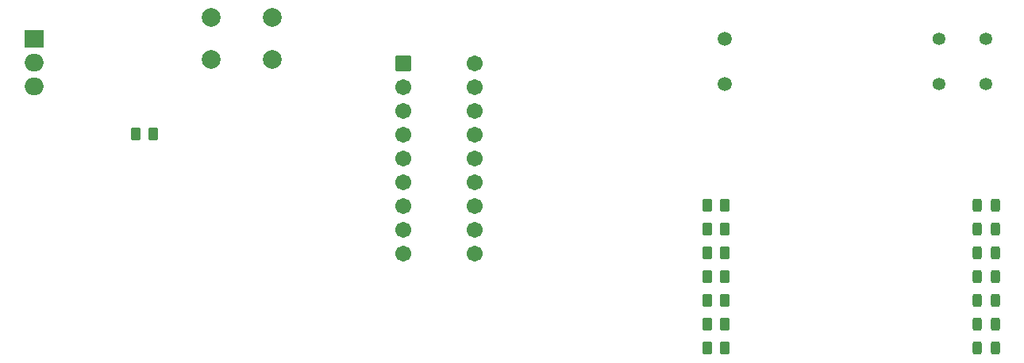
<source format=gbr>
%TF.GenerationSoftware,KiCad,Pcbnew,7.0.10*%
%TF.CreationDate,2024-11-22T18:49:45+05:30*%
%TF.ProjectId,test 3,74657374-2033-42e6-9b69-6361645f7063,rev?*%
%TF.SameCoordinates,Original*%
%TF.FileFunction,Soldermask,Top*%
%TF.FilePolarity,Negative*%
%FSLAX46Y46*%
G04 Gerber Fmt 4.6, Leading zero omitted, Abs format (unit mm)*
G04 Created by KiCad (PCBNEW 7.0.10) date 2024-11-22 18:49:45*
%MOMM*%
%LPD*%
G01*
G04 APERTURE LIST*
G04 Aperture macros list*
%AMRoundRect*
0 Rectangle with rounded corners*
0 $1 Rounding radius*
0 $2 $3 $4 $5 $6 $7 $8 $9 X,Y pos of 4 corners*
0 Add a 4 corners polygon primitive as box body*
4,1,4,$2,$3,$4,$5,$6,$7,$8,$9,$2,$3,0*
0 Add four circle primitives for the rounded corners*
1,1,$1+$1,$2,$3*
1,1,$1+$1,$4,$5*
1,1,$1+$1,$6,$7*
1,1,$1+$1,$8,$9*
0 Add four rect primitives between the rounded corners*
20,1,$1+$1,$2,$3,$4,$5,0*
20,1,$1+$1,$4,$5,$6,$7,0*
20,1,$1+$1,$6,$7,$8,$9,0*
20,1,$1+$1,$8,$9,$2,$3,0*%
G04 Aperture macros list end*
%ADD10C,2.000000*%
%ADD11RoundRect,0.250000X0.262500X0.450000X-0.262500X0.450000X-0.262500X-0.450000X0.262500X-0.450000X0*%
%ADD12RoundRect,0.250000X-0.262500X-0.450000X0.262500X-0.450000X0.262500X0.450000X-0.262500X0.450000X0*%
%ADD13RoundRect,0.243750X-0.243750X-0.456250X0.243750X-0.456250X0.243750X0.456250X-0.243750X0.456250X0*%
%ADD14C,1.500000*%
%ADD15R,2.000000X1.905000*%
%ADD16O,2.000000X1.905000*%
%ADD17C,1.353200*%
%ADD18RoundRect,0.102000X-0.749300X-0.749300X0.749300X-0.749300X0.749300X0.749300X-0.749300X0.749300X0*%
%ADD19C,1.702600*%
G04 APERTURE END LIST*
D10*
%TO.C,SW1*%
X101600000Y-68290000D03*
X95100000Y-68290000D03*
X101600000Y-63790000D03*
X95100000Y-63790000D03*
%TD*%
D11*
%TO.C,R6*%
X149860000Y-88900000D03*
X148035000Y-88900000D03*
%TD*%
D12*
%TO.C,R1*%
X87075000Y-76200000D03*
X88900000Y-76200000D03*
%TD*%
D11*
%TO.C,R2*%
X149860000Y-99060000D03*
X148035000Y-99060000D03*
%TD*%
%TO.C,R8*%
X149860000Y-83820000D03*
X148035000Y-83820000D03*
%TD*%
D13*
%TO.C,D1*%
X176862500Y-99060000D03*
X178737500Y-99060000D03*
%TD*%
D11*
%TO.C,R5*%
X149860000Y-91440000D03*
X148035000Y-91440000D03*
%TD*%
D14*
%TO.C,Y1*%
X149860000Y-66040000D03*
X149860000Y-70920000D03*
%TD*%
D13*
%TO.C,D6*%
X176862500Y-86360000D03*
X178737500Y-86360000D03*
%TD*%
%TO.C,D2*%
X176862500Y-96520000D03*
X178737500Y-96520000D03*
%TD*%
D11*
%TO.C,R4*%
X149860000Y-93980000D03*
X148035000Y-93980000D03*
%TD*%
D15*
%TO.C,U2*%
X76200000Y-66040000D03*
D16*
X76200000Y-68580000D03*
X76200000Y-71120000D03*
%TD*%
D13*
%TO.C,D5*%
X176862500Y-88900000D03*
X178737500Y-88900000D03*
%TD*%
%TO.C,D7*%
X176862500Y-83820000D03*
X178737500Y-83820000D03*
%TD*%
%TO.C,D3*%
X176862500Y-93980000D03*
X178737500Y-93980000D03*
%TD*%
D11*
%TO.C,R7*%
X149860000Y-86360000D03*
X148035000Y-86360000D03*
%TD*%
D17*
%TO.C,C2*%
X177760000Y-70920000D03*
X172760000Y-70920000D03*
%TD*%
D11*
%TO.C,R3*%
X149860000Y-96520000D03*
X148035000Y-96520000D03*
%TD*%
D18*
%TO.C,U1*%
X115629300Y-68667400D03*
D19*
X115629300Y-71207400D03*
X115629300Y-73747400D03*
X115629300Y-76287400D03*
X115629300Y-78827400D03*
X115629300Y-81367400D03*
X115629300Y-83907400D03*
X115629300Y-86447400D03*
X115629300Y-88987400D03*
X123249300Y-88987400D03*
X123249300Y-86447400D03*
X123249300Y-83907400D03*
X123249300Y-81367400D03*
X123249300Y-78827400D03*
X123249300Y-76287400D03*
X123249300Y-73747400D03*
X123249300Y-71207400D03*
X123249300Y-68667400D03*
%TD*%
D17*
%TO.C,C1*%
X177760000Y-66040000D03*
X172760000Y-66040000D03*
%TD*%
D13*
%TO.C,D4*%
X176862500Y-91440000D03*
X178737500Y-91440000D03*
%TD*%
M02*

</source>
